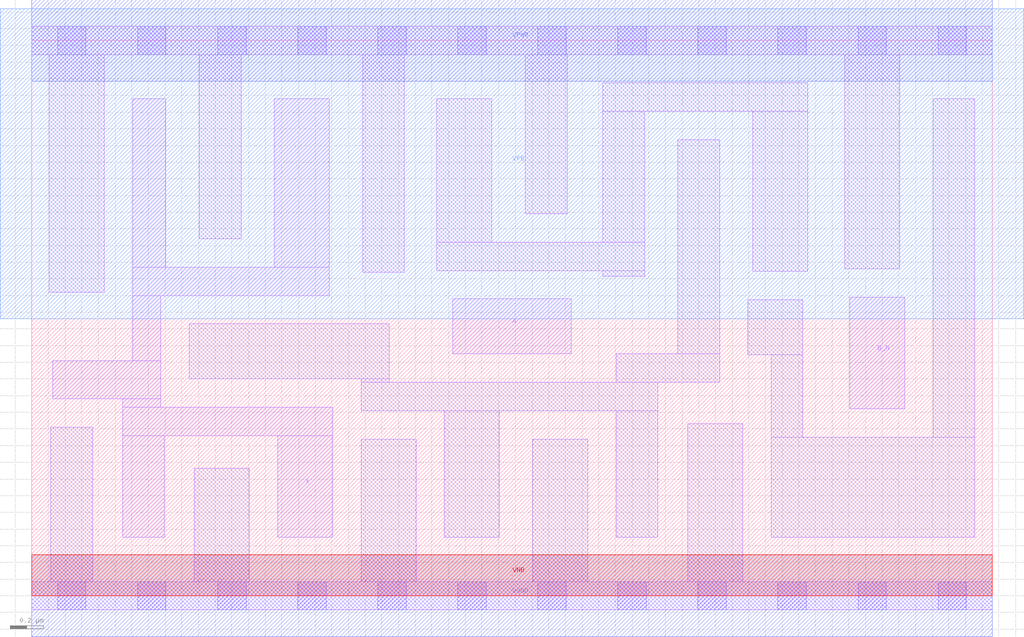
<source format=lef>
# Copyright 2020 The SkyWater PDK Authors
#
# Licensed under the Apache License, Version 2.0 (the "License");
# you may not use this file except in compliance with the License.
# You may obtain a copy of the License at
#
#     https://www.apache.org/licenses/LICENSE-2.0
#
# Unless required by applicable law or agreed to in writing, software
# distributed under the License is distributed on an "AS IS" BASIS,
# WITHOUT WARRANTIES OR CONDITIONS OF ANY KIND, either express or implied.
# See the License for the specific language governing permissions and
# limitations under the License.
#
# SPDX-License-Identifier: Apache-2.0

VERSION 5.7 ;
  NOWIREEXTENSIONATPIN ON ;
  DIVIDERCHAR "/" ;
  BUSBITCHARS "[]" ;
MACRO sky130_fd_sc_ms__or2b_4
  CLASS CORE ;
  FOREIGN sky130_fd_sc_ms__or2b_4 ;
  ORIGIN  0.000000  0.000000 ;
  SIZE  5.760000 BY  3.330000 ;
  SYMMETRY X Y ;
  SITE unit ;
  PIN A
    ANTENNAGATEAREA  0.552000 ;
    DIRECTION INPUT ;
    USE SIGNAL ;
    PORT
      LAYER li1 ;
        RECT 2.525000 1.450000 3.235000 1.780000 ;
    END
  END A
  PIN B_N
    ANTENNAGATEAREA  0.276000 ;
    DIRECTION INPUT ;
    USE SIGNAL ;
    PORT
      LAYER li1 ;
        RECT 4.905000 1.120000 5.235000 1.790000 ;
    END
  END B_N
  PIN X
    ANTENNADIFFAREA  1.037700 ;
    DIRECTION OUTPUT ;
    USE SIGNAL ;
    PORT
      LAYER li1 ;
        RECT 0.125000 1.180000 0.775000 1.410000 ;
        RECT 0.545000 0.350000 0.795000 0.960000 ;
        RECT 0.545000 0.960000 1.805000 1.130000 ;
        RECT 0.545000 1.130000 0.775000 1.180000 ;
        RECT 0.605000 1.410000 0.775000 1.800000 ;
        RECT 0.605000 1.800000 1.785000 1.970000 ;
        RECT 0.605000 1.970000 0.805000 2.980000 ;
        RECT 1.455000 1.970000 1.785000 2.980000 ;
        RECT 1.475000 0.350000 1.805000 0.960000 ;
    END
  END X
  PIN VGND
    DIRECTION INOUT ;
    USE GROUND ;
    PORT
      LAYER met1 ;
        RECT 0.000000 -0.245000 5.760000 0.245000 ;
    END
  END VGND
  PIN VNB
    DIRECTION INOUT ;
    USE GROUND ;
    PORT
      LAYER pwell ;
        RECT 0.000000 0.000000 5.760000 0.245000 ;
    END
  END VNB
  PIN VPB
    DIRECTION INOUT ;
    USE POWER ;
    PORT
      LAYER nwell ;
        RECT -0.190000 1.660000 5.950000 3.520000 ;
    END
  END VPB
  PIN VPWR
    DIRECTION INOUT ;
    USE POWER ;
    PORT
      LAYER met1 ;
        RECT 0.000000 3.085000 5.760000 3.575000 ;
    END
  END VPWR
  OBS
    LAYER li1 ;
      RECT 0.000000 -0.085000 5.760000 0.085000 ;
      RECT 0.000000  3.245000 5.760000 3.415000 ;
      RECT 0.105000  1.820000 0.435000 3.245000 ;
      RECT 0.115000  0.085000 0.365000 1.010000 ;
      RECT 0.945000  1.300000 2.145000 1.630000 ;
      RECT 0.975000  0.085000 1.305000 0.765000 ;
      RECT 1.005000  2.140000 1.255000 3.245000 ;
      RECT 1.975000  0.085000 2.305000 0.940000 ;
      RECT 1.975000  1.110000 3.755000 1.280000 ;
      RECT 1.975000  1.280000 2.145000 1.300000 ;
      RECT 1.985000  1.940000 2.235000 3.245000 ;
      RECT 2.430000  1.950000 3.675000 2.120000 ;
      RECT 2.430000  2.120000 2.760000 2.980000 ;
      RECT 2.475000  0.350000 2.805000 1.110000 ;
      RECT 2.960000  2.290000 3.210000 3.245000 ;
      RECT 3.005000  0.085000 3.335000 0.940000 ;
      RECT 3.425000  1.915000 3.675000 1.950000 ;
      RECT 3.425000  2.120000 3.675000 2.905000 ;
      RECT 3.425000  2.905000 4.655000 3.075000 ;
      RECT 3.505000  0.350000 3.755000 1.110000 ;
      RECT 3.505000  1.280000 4.125000 1.450000 ;
      RECT 3.875000  1.450000 4.125000 2.735000 ;
      RECT 3.935000  0.085000 4.265000 1.030000 ;
      RECT 4.295000  1.445000 4.625000 1.775000 ;
      RECT 4.325000  1.945000 4.655000 2.905000 ;
      RECT 4.435000  0.350000 5.655000 0.950000 ;
      RECT 4.435000  0.950000 4.625000 1.445000 ;
      RECT 4.875000  1.960000 5.205000 3.245000 ;
      RECT 5.405000  0.950000 5.655000 2.980000 ;
    LAYER mcon ;
      RECT 0.155000 -0.085000 0.325000 0.085000 ;
      RECT 0.155000  3.245000 0.325000 3.415000 ;
      RECT 0.635000 -0.085000 0.805000 0.085000 ;
      RECT 0.635000  3.245000 0.805000 3.415000 ;
      RECT 1.115000 -0.085000 1.285000 0.085000 ;
      RECT 1.115000  3.245000 1.285000 3.415000 ;
      RECT 1.595000 -0.085000 1.765000 0.085000 ;
      RECT 1.595000  3.245000 1.765000 3.415000 ;
      RECT 2.075000 -0.085000 2.245000 0.085000 ;
      RECT 2.075000  3.245000 2.245000 3.415000 ;
      RECT 2.555000 -0.085000 2.725000 0.085000 ;
      RECT 2.555000  3.245000 2.725000 3.415000 ;
      RECT 3.035000 -0.085000 3.205000 0.085000 ;
      RECT 3.035000  3.245000 3.205000 3.415000 ;
      RECT 3.515000 -0.085000 3.685000 0.085000 ;
      RECT 3.515000  3.245000 3.685000 3.415000 ;
      RECT 3.995000 -0.085000 4.165000 0.085000 ;
      RECT 3.995000  3.245000 4.165000 3.415000 ;
      RECT 4.475000 -0.085000 4.645000 0.085000 ;
      RECT 4.475000  3.245000 4.645000 3.415000 ;
      RECT 4.955000 -0.085000 5.125000 0.085000 ;
      RECT 4.955000  3.245000 5.125000 3.415000 ;
      RECT 5.435000 -0.085000 5.605000 0.085000 ;
      RECT 5.435000  3.245000 5.605000 3.415000 ;
  END
END sky130_fd_sc_ms__or2b_4
END LIBRARY

</source>
